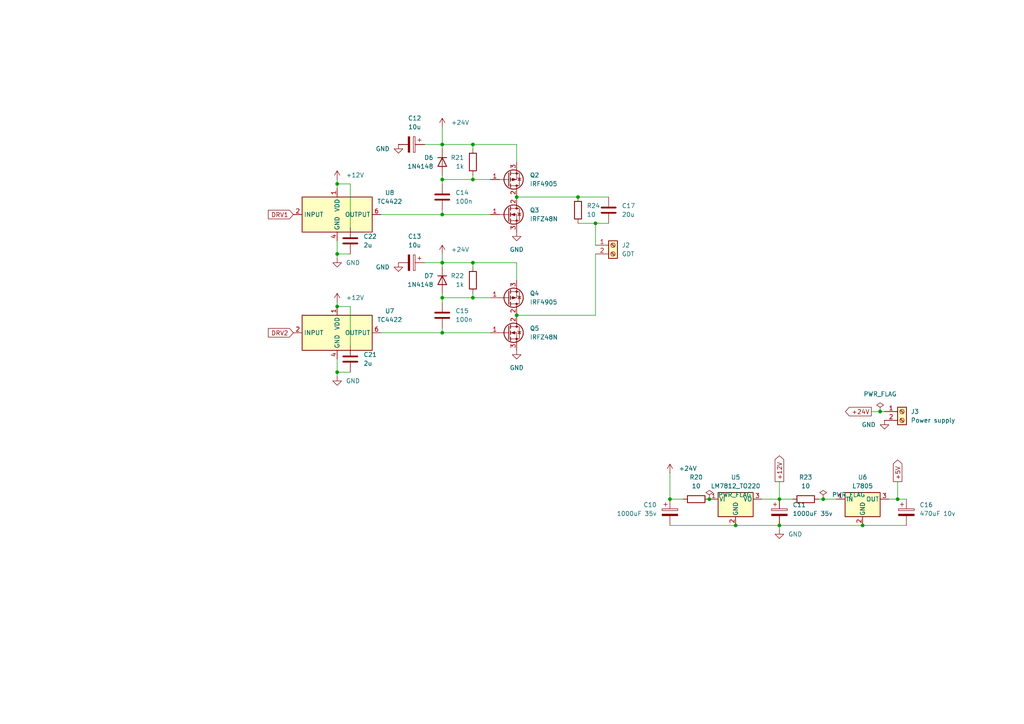
<source format=kicad_sch>
(kicad_sch (version 20231120) (generator "eeschema") (generator_version "8.0")
  (paper "A4")
  (title_block (title "HNaderi's PLL SSTC") (rev "2") (company "hnaderi.dev") (comment 1 "Driver"))
  (lib_symbols
    (symbol "Connector:Screw_Terminal_01x02" (pin_names (offset 1.016) hide)
      (property "Reference" "J" (at 0 2.54 0))
      (property "Value" "Screw_Terminal_01x02" (at 0 -5.08 0))
      (symbol "Screw_Terminal_01x02_1_1"
        (rectangle (start -1.27 1.27) (end 1.27 -3.81) (stroke (width 0.254)) (fill (type background)))
        (circle (center 0 -2.54) (radius 0.635) (stroke (width 0.1524)))
        (polyline (pts (xy -0.5334 -2.2098) (xy 0.3302 -3.048)) (stroke (width 0.1524)))
        (polyline (pts (xy -0.5334 0.3302) (xy 0.3302 -0.508)) (stroke (width 0.1524)))
        (polyline (pts (xy -0.3556 -2.032) (xy 0.508 -2.8702)) (stroke (width 0.1524)))
        (polyline (pts (xy -0.3556 0.508) (xy 0.508 -0.3302)) (stroke (width 0.1524)))
        (circle (center 0 0) (radius 0.635) (stroke (width 0.1524)))
        (pin passive line (at -5.08 0 0) (length 3.81) (name "Pin_1") (number "1"))
        (pin passive line (at -5.08 -2.54 0) (length 3.81) (name "Pin_2") (number "2"))
      )
    )
    (symbol "Device:C" (pin_numbers hide) (pin_names (offset 0.254))
      (property "Reference" "C" (at 0.635 2.54 0))
      (property "Value" "C" (at 0.635 -2.54 0))
      (symbol "C_0_1"
        (polyline (pts (xy -2.032 -0.762) (xy 2.032 -0.762)) (stroke (width 0.508)))
        (polyline (pts (xy -2.032 0.762) (xy 2.032 0.762)) (stroke (width 0.508)))
      )
      (symbol "C_1_1"
        (pin passive line (at 0 3.81 270) (length 2.794) (name "~") (number "1"))
        (pin passive line (at 0 -3.81 90) (length 2.794) (name "~") (number "2"))
      )
    )
    (symbol "Device:C_Polarized" (pin_numbers hide) (pin_names (offset 0.254))
      (property "Reference" "C" (at 0.635 2.54 0))
      (property "Value" "C_Polarized" (at 0.635 -2.54 0))
      (symbol "C_Polarized_0_1"
        (rectangle (start -2.286 0.508) (end 2.286 1.016))
        (polyline (pts (xy -1.778 2.286) (xy -0.762 2.286)))
        (polyline (pts (xy -1.27 2.794) (xy -1.27 1.778)))
        (rectangle (start 2.286 -0.508) (end -2.286 -1.016) (fill (type outline)))
      )
      (symbol "C_Polarized_1_1"
        (pin passive line (at 0 3.81 270) (length 2.794) (name "~") (number "1"))
        (pin passive line (at 0 -3.81 90) (length 2.794) (name "~") (number "2"))
      )
    )
    (symbol "Device:R" (pin_numbers hide) (pin_names (offset 0))
      (property "Reference" "R" (at 2.032 0 90))
      (property "Value" "R" (at 0 0 90))
      (symbol "R_0_1"
        (rectangle (start -1.016 -2.54) (end 1.016 2.54) (stroke (width 0.254)))
      )
      (symbol "R_1_1"
        (pin passive line (at 0 3.81 270) (length 1.27) (name "~") (number "1"))
        (pin passive line (at 0 -3.81 90) (length 1.27) (name "~") (number "2"))
      )
    )
    (symbol "Diode:1N4148" (pin_numbers hide) (pin_names hide)
      (property "Reference" "D" (at 0 2.54 0))
      (property "Value" "1N4148" (at 0 -2.54 0))
      (symbol "1N4148_0_1"
        (polyline (pts (xy -1.27 1.27) (xy -1.27 -1.27)) (stroke (width 0.254)))
        (polyline (pts (xy 1.27 0) (xy -1.27 0)))
        (polyline (pts (xy 1.27 1.27) (xy 1.27 -1.27) (xy -1.27 0) (xy 1.27 1.27)) (stroke (width 0.254)))
      )
      (symbol "1N4148_1_1"
        (pin passive line (at -3.81 0 0) (length 2.54) (name "K") (number "1"))
        (pin passive line (at 3.81 0 180) (length 2.54) (name "A") (number "2"))
      )
    )
    (symbol "Driver_FET:TC4422"
      (property "Reference" "U" (at -8.89 6.35 0))
      (property "Value" "TC4422" (at 6.35 6.35 0))
      (symbol "TC4422_0_1"
        (rectangle (start -10.16 5.08) (end 10.16 -5.08) (stroke (width 0.254)) (fill (type background)))
      )
      (symbol "TC4422_1_1"
        (pin power_in line (at 0 7.62 270) (length 2.54) (name "VDD") (number "1"))
        (pin input line (at -12.7 0 0) (length 2.54) (name "INPUT") (number "2"))
        (pin no_connect line (at -5.08 -5.08 90) (length 2.54) hide (name "NC") (number "3"))
        (pin power_in line (at 0 -7.62 90) (length 2.54) (name "GND") (number "4"))
        (pin passive line (at 0 -7.62 90) (length 2.54) hide (name "GND") (number "5"))
        (pin output line (at 12.7 0 180) (length 2.54) (name "OUTPUT") (number "6"))
        (pin passive line (at 12.7 0 180) (length 2.54) hide (name "OUTPUT") (number "7"))
        (pin passive line (at 0 7.62 270) (length 2.54) hide (name "VDD") (number "8"))
      )
    )
    (symbol "Missing:IRFZ48N" (pin_names hide)
      (property "Reference" "Q" (at 5.08 1.905 0))
      (property "Value" "IRFZ48N" (at 5.08 0 0))
      (symbol "IRFZ48N_0_1"
        (polyline (pts (xy 0.254 0) (xy -2.54 0)))
        (polyline (pts (xy 0.254 1.905) (xy 0.254 -1.905)) (stroke (width 0.254)))
        (polyline (pts (xy 0.762 -1.27) (xy 0.762 -2.286)) (stroke (width 0.254)))
        (polyline (pts (xy 0.762 0.508) (xy 0.762 -0.508)) (stroke (width 0.254)))
        (polyline (pts (xy 0.762 2.286) (xy 0.762 1.27)) (stroke (width 0.254)))
        (polyline (pts (xy 2.54 2.54) (xy 2.54 1.778)))
        (polyline (pts (xy 2.54 -2.54) (xy 2.54 0) (xy 0.762 0)))
        (polyline (pts (xy 0.762 -1.778) (xy 3.302 -1.778) (xy 3.302 1.778) (xy 0.762 1.778)))
        (polyline (pts (xy 1.016 0) (xy 2.032 0.381) (xy 2.032 -0.381) (xy 1.016 0)) (fill (type outline)))
        (polyline (pts (xy 2.794 0.508) (xy 2.921 0.381) (xy 3.683 0.381) (xy 3.81 0.254)))
        (polyline (pts (xy 3.302 0.381) (xy 2.921 -0.254) (xy 3.683 -0.254) (xy 3.302 0.381)))
        (circle (center 1.651 0) (radius 2.794) (stroke (width 0.254)))
        (circle (center 2.54 -1.778) (radius 0.254) (fill (type outline)))
        (circle (center 2.54 1.778) (radius 0.254) (fill (type outline)))
      )
      (symbol "IRFZ48N_1_1"
        (pin input line (at -5.08 0 0) (length 2.54) (name "G") (number "1"))
        (pin passive line (at 2.54 5.08 270) (length 2.54) (name "D") (number "2"))
        (pin passive line (at 2.54 -5.08 90) (length 2.54) (name "S") (number "3"))
      )
    )
    (symbol "Regulator_Linear:L7805" (pin_names (offset 0.254))
      (property "Reference" "U" (at -3.81 3.175 0))
      (property "Value" "L7805" (at 0 3.175 0))
      (symbol "L7805_0_1"
        (rectangle (start -5.08 1.905) (end 5.08 -5.08) (stroke (width 0.254)) (fill (type background)))
      )
      (symbol "L7805_1_1"
        (pin power_in line (at -7.62 0 0) (length 2.54) (name "IN") (number "1"))
        (pin power_in line (at 0 -7.62 90) (length 2.54) (name "GND") (number "2"))
        (pin power_out line (at 7.62 0 180) (length 2.54) (name "OUT") (number "3"))
      )
    )
    (symbol "Regulator_Linear:LM7812_TO220" (pin_names (offset 0.254))
      (property "Reference" "U" (at -3.81 3.175 0))
      (property "Value" "LM7812_TO220" (at 0 3.175 0))
      (symbol "LM7812_TO220_0_1"
        (rectangle (start -5.08 1.905) (end 5.08 -5.08) (stroke (width 0.254)) (fill (type background)))
      )
      (symbol "LM7812_TO220_1_1"
        (pin power_in line (at -7.62 0 0) (length 2.54) (name "VI") (number "1"))
        (pin power_in line (at 0 -7.62 90) (length 2.54) (name "GND") (number "2"))
        (pin power_out line (at 7.62 0 180) (length 2.54) (name "VO") (number "3"))
      )
    )
    (symbol "Transistor_FET:IRF4905" (pin_names hide)
      (property "Reference" "Q" (at 5.08 1.905 0))
      (property "Value" "IRF4905" (at 5.08 0 0))
      (symbol "IRF4905_0_1"
        (polyline (pts (xy 0.254 0) (xy -2.54 0)))
        (polyline (pts (xy 0.254 1.905) (xy 0.254 -1.905)) (stroke (width 0.254)))
        (polyline (pts (xy 0.762 -1.27) (xy 0.762 -2.286)) (stroke (width 0.254)))
        (polyline (pts (xy 0.762 0.508) (xy 0.762 -0.508)) (stroke (width 0.254)))
        (polyline (pts (xy 0.762 2.286) (xy 0.762 1.27)) (stroke (width 0.254)))
        (polyline (pts (xy 2.54 2.54) (xy 2.54 1.778)))
        (polyline (pts (xy 2.54 -2.54) (xy 2.54 0) (xy 0.762 0)))
        (polyline (pts (xy 0.762 1.778) (xy 3.302 1.778) (xy 3.302 -1.778) (xy 0.762 -1.778)))
        (polyline (pts (xy 2.286 0) (xy 1.27 0.381) (xy 1.27 -0.381) (xy 2.286 0)) (fill (type outline)))
        (polyline (pts (xy 2.794 -0.508) (xy 2.921 -0.381) (xy 3.683 -0.381) (xy 3.81 -0.254)))
        (polyline (pts (xy 3.302 -0.381) (xy 2.921 0.254) (xy 3.683 0.254) (xy 3.302 -0.381)))
        (circle (center 1.651 0) (radius 2.794) (stroke (width 0.254)))
        (circle (center 2.54 -1.778) (radius 0.254) (fill (type outline)))
        (circle (center 2.54 1.778) (radius 0.254) (fill (type outline)))
      )
      (symbol "IRF4905_1_1"
        (pin input line (at -5.08 0 0) (length 2.54) (name "G") (number "1"))
        (pin passive line (at 2.54 5.08 270) (length 2.54) (name "D") (number "2"))
        (pin passive line (at 2.54 -5.08 90) (length 2.54) (name "S") (number "3"))
      )
    )
    (symbol "power:+15V" (power) (pin_numbers hide) (pin_names (offset 0) hide)
      (property "Value" "+15V" (at 0 3.556 0))
      (symbol "+15V_0_1"
        (polyline (pts (xy -0.762 1.27) (xy 0 2.54)))
        (polyline (pts (xy 0 0) (xy 0 2.54)))
        (polyline (pts (xy 0 2.54) (xy 0.762 1.27)))
      )
      (symbol "+15V_1_1"
        (pin power_in line (at 0 0 90) (length 0) (name "~") (number "1"))
      )
    )
    (symbol "power:+24V" (power) (pin_numbers hide) (pin_names (offset 0) hide)
      (property "Value" "+24V" (at 0 3.556 0))
      (symbol "+24V_0_1"
        (polyline (pts (xy -0.762 1.27) (xy 0 2.54)))
        (polyline (pts (xy 0 0) (xy 0 2.54)))
        (polyline (pts (xy 0 2.54) (xy 0.762 1.27)))
      )
      (symbol "+24V_1_1"
        (pin power_in line (at 0 0 90) (length 0) (name "~") (number "1"))
      )
    )
    (symbol "power:GND" (power) (pin_numbers hide) (pin_names (offset 0) hide)
      (property "Value" "GND" (at 0 -3.81 0))
      (symbol "GND_0_1"
        (polyline (pts (xy 0 0) (xy 0 -1.27) (xy 1.27 -1.27) (xy 0 -2.54) (xy -1.27 -1.27) (xy 0 -1.27)))
      )
      (symbol "GND_1_1"
        (pin power_in line (at 0 0 270) (length 0) (name "~") (number "1"))
      )
    )
    (symbol "power:PWR_FLAG" (power) (pin_numbers hide) (pin_names (offset 0) hide)
      (property "Value" "PWR_FLAG" (at 0 3.81 0))
      (symbol "PWR_FLAG_0_0"
        (pin power_out line (at 0 0 90) (length 0) (name "~") (number "1"))
      )
      (symbol "PWR_FLAG_0_1"
        (polyline (pts (xy 0 0) (xy 0 1.27) (xy -1.016 1.905) (xy 0 2.54) (xy 1.016 1.905) (xy 0 1.27)))
      )
    )
  )
  (junction (at 255.27 119.38))
  (junction (at 97.79 88.9))
  (junction (at 137.16 41.91))
  (junction (at 226.06 144.78))
  (junction (at 97.79 107.95))
  (junction (at 194.31 144.78))
  (junction (at 128.27 41.91))
  (junction (at 128.27 62.23))
  (junction (at 128.27 96.52))
  (junction (at 128.27 52.07))
  (junction (at 213.36 152.4))
  (junction (at 149.86 91.44))
  (junction (at 128.27 86.36))
  (junction (at 137.16 76.2))
  (junction (at 97.79 53.34))
  (junction (at 137.16 52.07))
  (junction (at 128.27 76.2))
  (junction (at 167.64 57.15))
  (junction (at 172.72 64.77))
  (junction (at 238.76 144.78))
  (junction (at 226.06 152.4))
  (junction (at 205.74 144.78))
  (junction (at 149.86 57.15))
  (junction (at 97.79 73.66))
  (junction (at 137.16 86.36))
  (junction (at 250.19 152.4))
  (junction (at 260.35 144.78))
  (wire (pts (xy 97.79 87.63) (xy 97.79 88.9)))
  (wire (pts (xy 137.16 86.36) (xy 142.24 86.36)))
  (wire (pts (xy 128.27 60.96) (xy 128.27 62.23)))
  (wire (pts (xy 128.27 85.09) (xy 128.27 86.36)))
  (wire (pts (xy 149.86 41.91) (xy 137.16 41.91)))
  (wire (pts (xy 149.86 76.2) (xy 137.16 76.2)))
  (wire (pts (xy 226.06 139.7) (xy 226.06 144.78)))
  (wire (pts (xy 128.27 76.2) (xy 128.27 77.47)))
  (wire (pts (xy 137.16 50.8) (xy 137.16 52.07)))
  (wire (pts (xy 252.73 119.38) (xy 255.27 119.38)))
  (wire (pts (xy 194.31 152.4) (xy 213.36 152.4)))
  (wire (pts (xy 128.27 87.63) (xy 128.27 86.36)))
  (wire (pts (xy 97.79 73.66) (xy 97.79 69.85)))
  (wire (pts (xy 167.64 57.15) (xy 176.53 57.15)))
  (wire (pts (xy 128.27 41.91) (xy 128.27 43.18)))
  (wire (pts (xy 97.79 74.93) (xy 97.79 73.66)))
  (wire (pts (xy 97.79 73.66) (xy 101.6 73.66)))
  (wire (pts (xy 128.27 96.52) (xy 142.24 96.52)))
  (wire (pts (xy 226.06 152.4) (xy 250.19 152.4)))
  (wire (pts (xy 128.27 41.91) (xy 137.16 41.91)))
  (wire (pts (xy 97.79 104.14) (xy 97.79 107.95)))
  (wire (pts (xy 149.86 57.15) (xy 167.64 57.15)))
  (wire (pts (xy 128.27 36.83) (xy 128.27 41.91)))
  (wire (pts (xy 242.57 144.78) (xy 238.76 144.78)))
  (wire (pts (xy 128.27 52.07) (xy 137.16 52.07)))
  (wire (pts (xy 128.27 86.36) (xy 137.16 86.36)))
  (wire (pts (xy 250.19 152.4) (xy 262.89 152.4)))
  (wire (pts (xy 226.06 144.78) (xy 229.87 144.78)))
  (wire (pts (xy 149.86 81.28) (xy 149.86 76.2)))
  (wire (pts (xy 123.19 76.2) (xy 128.27 76.2)))
  (wire (pts (xy 237.49 144.78) (xy 238.76 144.78)))
  (wire (pts (xy 128.27 62.23) (xy 142.24 62.23)))
  (wire (pts (xy 172.72 64.77) (xy 172.72 71.12)))
  (wire (pts (xy 172.72 73.66) (xy 172.72 91.44)))
  (wire (pts (xy 260.35 139.7) (xy 260.35 144.78)))
  (wire (pts (xy 194.31 144.78) (xy 198.12 144.78)))
  (wire (pts (xy 97.79 109.22) (xy 97.79 107.95)))
  (wire (pts (xy 110.49 62.23) (xy 128.27 62.23)))
  (wire (pts (xy 101.6 88.9) (xy 97.79 88.9)))
  (wire (pts (xy 167.64 64.77) (xy 172.72 64.77)))
  (wire (pts (xy 149.86 46.99) (xy 149.86 41.91)))
  (wire (pts (xy 194.31 137.16) (xy 194.31 144.78)))
  (wire (pts (xy 128.27 50.8) (xy 128.27 52.07)))
  (wire (pts (xy 101.6 53.34) (xy 97.79 53.34)))
  (wire (pts (xy 128.27 76.2) (xy 137.16 76.2)))
  (wire (pts (xy 123.19 41.91) (xy 128.27 41.91)))
  (wire (pts (xy 101.6 107.95) (xy 97.79 107.95)))
  (wire (pts (xy 149.86 91.44) (xy 172.72 91.44)))
  (wire (pts (xy 97.79 53.34) (xy 97.79 54.61)))
  (wire (pts (xy 128.27 53.34) (xy 128.27 52.07)))
  (wire (pts (xy 101.6 88.9) (xy 101.6 100.33)))
  (wire (pts (xy 213.36 152.4) (xy 226.06 152.4)))
  (wire (pts (xy 262.89 144.78) (xy 260.35 144.78)))
  (wire (pts (xy 137.16 52.07) (xy 142.24 52.07)))
  (wire (pts (xy 137.16 76.2) (xy 137.16 77.47)))
  (wire (pts (xy 137.16 41.91) (xy 137.16 43.18)))
  (wire (pts (xy 172.72 64.77) (xy 176.53 64.77)))
  (wire (pts (xy 226.06 153.67) (xy 226.06 152.4)))
  (wire (pts (xy 110.49 96.52) (xy 128.27 96.52)))
  (wire (pts (xy 101.6 66.04) (xy 101.6 53.34)))
  (wire (pts (xy 220.98 144.78) (xy 226.06 144.78)))
  (wire (pts (xy 255.27 119.38) (xy 256.54 119.38)))
  (wire (pts (xy 260.35 144.78) (xy 257.81 144.78)))
  (wire (pts (xy 137.16 85.09) (xy 137.16 86.36)))
  (wire (pts (xy 128.27 95.25) (xy 128.27 96.52)))
  (wire (pts (xy 128.27 73.66) (xy 128.27 76.2)))
  (wire (pts (xy 97.79 52.07) (xy 97.79 53.34)))
  (global_label "+5V" (shape output) (at 260.35 139.7 90) (property "Intersheetrefs" "${INTERSHEET_REFS}" (effects (hide yes))))
  (global_label "DRV2" (shape input) (at 85.09 96.52 180) (property "Intersheetrefs" "${INTERSHEET_REFS}" (effects (hide yes))))
  (global_label "+24V" (shape output) (at 252.73 119.38 180) (property "Intersheetrefs" "${INTERSHEET_REFS}" (effects (hide yes))))
  (global_label "DRV1" (shape input) (at 85.09 62.23 180) (property "Intersheetrefs" "${INTERSHEET_REFS}" (effects (hide yes))))
  (global_label "+12V" (shape output) (at 226.06 139.7 90) (property "Intersheetrefs" "${INTERSHEET_REFS}" (effects (hide yes))))
  (symbol (lib_id "Device:R") (at 137.16 81.28 0) (unit 1)
    (property "Reference" "R22" (at 134.62 80.0099 0) (effects (justify right)))
    (property "Value" "1k" (at 134.62 82.5499 0) (effects (justify right)))
    (property "Footprint" "Resistor_THT:R_Axial_DIN0207_L6.3mm_D2.5mm_P2.54mm_Vertical" (effects (hide yes)))
    (property "Description" "Resistor" (effects (hide yes)))
  )
  (symbol (lib_id "Device:C") (at 101.6 69.85 180) (unit 1)
    (property "Reference" "C22" (at 105.41 68.5799 0) (effects (justify right)))
    (property "Value" "2u" (at 105.41 71.1199 0) (effects (justify right)))
    (property "Description" "Unpolarized capacitor" (effects (hide yes)))
  )
  (symbol (lib_id "Device:R") (at 201.93 144.78 90) (unit 1)
    (property "Reference" "R20" (at 201.93 138.43 90))
    (property "Value" "10" (at 201.93 140.97 90))
    (property "Footprint" "Resistor_THT:R_Axial_DIN0207_L6.3mm_D2.5mm_P2.54mm_Vertical" (effects (hide yes)))
    (property "Description" "Resistor" (effects (hide yes)))
  )
  (symbol (lib_id "power:+15V") (at 97.79 87.63 0) (unit 1)
    (property "Reference" "#PWR021" (effects (hide yes)))
    (property "Value" "+12V" (at 100.33 86.3599 0) (effects (justify left)))
    (property "Description" "Power symbol creates a global label with name \"+15V\"" (effects (hide yes)))
  )
  (symbol (lib_id "power:+15V") (at 97.79 52.07 0) (unit 1)
    (property "Reference" "#PWR023" (effects (hide yes)))
    (property "Value" "+12V" (at 100.33 50.7999 0) (effects (justify left)))
    (property "Description" "Power symbol creates a global label with name \"+15V\"" (effects (hide yes)))
  )
  (symbol (lib_id "power:PWR_FLAG") (at 238.76 144.78 0) (unit 1)
    (property "Reference" "#FLG03" (effects (hide yes)))
    (property "Value" "PWR_FLAG" (at 241.3 143.5099 0) (effects (justify left)))
    (property "Description" "Special symbol for telling ERC where power comes from" (effects (hide yes)))
  )
  (symbol (lib_id "Driver_FET:TC4422") (at 97.79 62.23 0) (unit 1)
    (property "Reference" "U8" (at 113.03 55.9114 0))
    (property "Value" "TC4422" (at 113.03 58.4514 0))
    (property "Footprint" "Package_DIP:DIP-8_W7.62mm" (effects (hide yes)))
    (property "Datasheet" "http://ww1.microchip.com/downloads/en/DeviceDoc/20001420F.pdf" (effects (hide yes)))
    (property "Description" "9A High-Speed non-inverting MOSFET Driver" (effects (hide yes)))
  )
  (symbol (lib_id "Transistor_FET:IRF4905") (at 147.32 52.07 0) (mirror x) (unit 1)
    (property "Reference" "Q2" (at 153.67 50.7999 0) (effects (justify left)))
    (property "Value" "IRF4905" (at 153.67 53.3399 0) (effects (justify left)))
    (property "Footprint" "Package_TO_SOT_THT:TO-220-3_Vertical" (effects (hide yes)))
    (property "Datasheet" "http://www.infineon.com/dgdl/irf4905.pdf?fileId=5546d462533600a4015355e32165197c" (effects (hide yes)))
    (property "Description" "-74A Id, -55V Vds, Single P-Channel HEXFET Power MOSFET, 20mOhm Ron, TO-220AB" (effects (hide yes)))
  )
  (symbol (lib_id "power:GND") (at 97.79 109.22 0) (unit 1)
    (property "Reference" "#PWR022" (effects (hide yes)))
    (property "Value" "GND" (at 100.33 110.4899 0) (effects (justify left)))
    (property "Description" "Power symbol creates a global label with name \"GND\" , ground" (effects (hide yes)))
  )
  (symbol (lib_id "power:GND") (at 256.54 121.92 0) (unit 1)
    (property "Reference" "#PWR037" (effects (hide yes)))
    (property "Value" "GND" (at 254 123.1899 0) (effects (justify right)))
    (property "Description" "Power symbol creates a global label with name \"GND\" , ground" (effects (hide yes)))
  )
  (symbol (lib_id "Transistor_FET:IRF4905") (at 147.32 86.36 0) (mirror x) (unit 1)
    (property "Reference" "Q4" (at 153.67 85.0899 0) (effects (justify left)))
    (property "Value" "IRF4905" (at 153.67 87.6299 0) (effects (justify left)))
    (property "Footprint" "Package_TO_SOT_THT:TO-220-3_Vertical" (effects (hide yes)))
    (property "Datasheet" "http://www.infineon.com/dgdl/irf4905.pdf?fileId=5546d462533600a4015355e32165197c" (effects (hide yes)))
    (property "Description" "-74A Id, -55V Vds, Single P-Channel HEXFET Power MOSFET, 20mOhm Ron, TO-220AB" (effects (hide yes)))
  )
  (symbol (lib_id "power:GND") (at 149.86 101.6 0) (unit 1)
    (property "Reference" "#PWR044" (effects (hide yes)))
    (property "Value" "GND" (at 149.86 106.68 0))
    (property "Description" "Power symbol creates a global label with name \"GND\" , ground" (effects (hide yes)))
  )
  (symbol (lib_id "Device:R") (at 137.16 46.99 0) (unit 1)
    (property "Reference" "R21" (at 134.62 45.7199 0) (effects (justify right)))
    (property "Value" "1k" (at 134.62 48.2599 0) (effects (justify right)))
    (property "Footprint" "Resistor_THT:R_Axial_DIN0207_L6.3mm_D2.5mm_P2.54mm_Vertical" (effects (hide yes)))
    (property "Description" "Resistor" (effects (hide yes)))
  )
  (symbol (lib_id "Connector:Screw_Terminal_01x02") (at 261.62 119.38 0) (unit 1)
    (property "Reference" "J3" (at 264.16 119.3799 0) (effects (justify left)))
    (property "Value" "Power supply" (at 264.16 121.9199 0) (effects (justify left)))
    (property "Footprint" "TerminalBlock:TerminalBlock_bornier-2_P5.08mm" (effects (hide yes)))
    (property "Description" "Generic screw terminal, single row, 01x02, script generated (kicad-library-utils/schlib/autogen/connector/)" (effects (hide yes)))
  )
  (symbol (lib_id "Device:C") (at 128.27 57.15 0) (unit 1)
    (property "Reference" "C14" (at 132.08 55.8799 0) (effects (justify left)))
    (property "Value" "100n" (at 132.08 58.4199 0) (effects (justify left)))
    (property "Footprint" "Capacitor_THT:CP_Radial_D4.0mm_P2.00mm" (effects (hide yes)))
    (property "Description" "Unpolarized capacitor" (effects (hide yes)))
  )
  (symbol (lib_id "Regulator_Linear:L7805") (at 250.19 144.78 0) (unit 1)
    (property "Reference" "U6" (at 250.19 138.43 0))
    (property "Value" "L7805" (at 250.19 140.97 0))
    (property "Footprint" "Package_TO_SOT_THT:TO-220-3_Vertical" (effects (hide yes)))
    (property "Datasheet" "http://www.st.com/content/ccc/resource/technical/document/datasheet/41/4f/b3/b0/12/d4/47/88/CD00000444.pdf/files/CD00000444.pdf/jcr:content/translations/en.CD00000444.pdf" (effects (hide yes)))
    (property "Description" "Positive 1.5A 35V Linear Regulator, Fixed Output 5V, TO-220/TO-263/TO-252" (effects (hide yes)))
  )
  (symbol (lib_id "power:+15V") (at 128.27 36.83 0) (unit 1)
    (property "Reference" "#PWR04" (effects (hide yes)))
    (property "Value" "+24V" (at 130.81 35.5599 0) (effects (justify left)))
    (property "Description" "Power symbol creates a global label with name \"+15V\"" (effects (hide yes)))
  )
  (symbol (lib_id "power:GND") (at 97.79 74.93 0) (unit 1)
    (property "Reference" "#PWR024" (effects (hide yes)))
    (property "Value" "GND" (at 100.33 76.1999 0) (effects (justify left)))
    (property "Description" "Power symbol creates a global label with name \"GND\" , ground" (effects (hide yes)))
  )
  (symbol (lib_id "Device:R") (at 167.64 60.96 0) (unit 1)
    (property "Reference" "R24" (at 170.18 59.6899 0) (effects (justify left)))
    (property "Value" "10" (at 170.18 62.2299 0) (effects (justify left)))
    (property "Description" "Resistor" (effects (hide yes)))
  )
  (symbol (lib_id "Diode:1N4148") (at 128.27 81.28 270) (unit 1)
    (property "Reference" "D7" (at 125.73 80.0099 90) (effects (justify right)))
    (property "Value" "1N4148" (at 125.73 82.5499 90) (effects (justify right)))
    (property "Footprint" "Diode_THT:D_DO-35_SOD27_P7.62mm_Horizontal" (effects (hide yes)))
    (property "Datasheet" "https://assets.nexperia.com/documents/data-sheet/1N4148_1N4448.pdf" (effects (hide yes)))
    (property "Description" "100V 0.15A standard switching diode, DO-35" (effects (hide yes)))
    (property "Sim.Device" "D" (effects (hide yes)))
    (property "Sim.Pins" "1=K 2=A" (effects (hide yes)))
  )
  (symbol (lib_id "Device:C_Polarized") (at 119.38 41.91 270) (unit 1)
    (property "Reference" "C12" (at 120.269 34.29 90))
    (property "Value" "10u" (at 120.269 36.83 90))
    (property "Footprint" "Capacitor_THT:CP_Radial_D5.0mm_P2.50mm" (effects (hide yes)))
    (property "Description" "Polarized capacitor" (effects (hide yes)))
  )
  (symbol (lib_id "Device:C") (at 128.27 91.44 0) (unit 1)
    (property "Reference" "C15" (at 132.08 90.1699 0) (effects (justify left)))
    (property "Value" "100n" (at 132.08 92.7099 0) (effects (justify left)))
    (property "Footprint" "Capacitor_THT:CP_Radial_D4.0mm_P2.00mm" (effects (hide yes)))
    (property "Description" "Unpolarized capacitor" (effects (hide yes)))
  )
  (symbol (lib_id "Diode:1N4148") (at 128.27 46.99 270) (unit 1)
    (property "Reference" "D6" (at 125.73 45.7199 90) (effects (justify right)))
    (property "Value" "1N4148" (at 125.73 48.2599 90) (effects (justify right)))
    (property "Footprint" "Diode_THT:D_DO-35_SOD27_P7.62mm_Horizontal" (effects (hide yes)))
    (property "Datasheet" "https://assets.nexperia.com/documents/data-sheet/1N4148_1N4448.pdf" (effects (hide yes)))
    (property "Description" "100V 0.15A standard switching diode, DO-35" (effects (hide yes)))
    (property "Sim.Device" "D" (effects (hide yes)))
    (property "Sim.Pins" "1=K 2=A" (effects (hide yes)))
  )
  (symbol (lib_id "Device:C") (at 176.53 60.96 0) (unit 1)
    (property "Reference" "C17" (at 180.34 59.6899 0) (effects (justify left)))
    (property "Value" "20u" (at 180.34 62.2299 0) (effects (justify left)))
    (property "Description" "Unpolarized capacitor" (effects (hide yes)))
  )
  (symbol (lib_id "power:+15V") (at 128.27 73.66 0) (unit 1)
    (property "Reference" "#PWR06" (effects (hide yes)))
    (property "Value" "+24V" (at 130.81 72.3899 0) (effects (justify left)))
    (property "Description" "Power symbol creates a global label with name \"+15V\"" (effects (hide yes)))
  )
  (symbol (lib_id "power:PWR_FLAG") (at 255.27 119.38 0) (unit 1)
    (property "Reference" "#FLG01" (effects (hide yes)))
    (property "Value" "PWR_FLAG" (at 255.27 114.3 0))
    (property "Description" "Special symbol for telling ERC where power comes from" (effects (hide yes)))
  )
  (symbol (lib_id "power:GND") (at 149.86 67.31 0) (unit 1)
    (property "Reference" "#PWR038" (effects (hide yes)))
    (property "Value" "GND" (at 149.86 72.39 0))
    (property "Description" "Power symbol creates a global label with name \"GND\" , ground" (effects (hide yes)))
  )
  (symbol (lib_id "power:GND") (at 115.57 41.91 0) (unit 1)
    (property "Reference" "#PWR01" (effects (hide yes)))
    (property "Value" "GND" (at 113.03 43.1799 0) (effects (justify right)))
    (property "Description" "Power symbol creates a global label with name \"GND\" , ground" (effects (hide yes)))
  )
  (symbol (lib_id "Missing:IRFZ48N") (at 147.32 96.52 0) (unit 1)
    (property "Reference" "Q5" (at 153.67 95.2499 0) (effects (justify left)))
    (property "Value" "IRFZ48N" (at 153.67 97.7899 0) (effects (justify left)))
    (property "Footprint" "Package_TO_SOT_THT:TO-220-3_Vertical" (effects (hide yes)))
    (property "Datasheet" "https://www.infineon.com/dgdl/Infineon-IRFZ48N-DataSheet-v01_01-EN.pdf?fileId=5546d462533600a40153563ea972222c" (effects (hide yes)))
    (property "Description" "64A Id, 55 Vds, HEXFET N-Channel MOSFET, TO-220" (effects (hide yes)))
  )
  (symbol (lib_id "power:GND") (at 226.06 153.67 0) (unit 1)
    (property "Reference" "#PWR039" (effects (hide yes)))
    (property "Value" "GND" (at 228.6 154.9399 0) (effects (justify left)))
    (property "Description" "Power symbol creates a global label with name \"GND\" , ground" (effects (hide yes)))
  )
  (symbol (lib_id "Connector:Screw_Terminal_01x02") (at 177.8 71.12 0) (unit 1)
    (property "Reference" "J2" (at 180.34 71.1199 0) (effects (justify left)))
    (property "Value" "GDT" (at 180.34 73.6599 0) (effects (justify left)))
    (property "Footprint" "TerminalBlock:TerminalBlock_bornier-2_P5.08mm" (effects (hide yes)))
    (property "Description" "Generic screw terminal, single row, 01x02, script generated (kicad-library-utils/schlib/autogen/connector/)" (effects (hide yes)))
  )
  (symbol (lib_id "Device:C_Polarized") (at 262.89 148.59 0) (unit 1)
    (property "Reference" "C16" (at 266.7 146.4309 0) (effects (justify left)))
    (property "Value" "470uF 10v" (at 266.7 148.9709 0) (effects (justify left)))
    (property "Footprint" "Capacitor_THT:CP_Radial_D5.0mm_P2.50mm" (effects (hide yes)))
    (property "Description" "Polarized capacitor" (effects (hide yes)))
  )
  (symbol (lib_id "Device:C_Polarized") (at 226.06 148.59 0) (unit 1)
    (property "Reference" "C11" (at 229.87 146.4309 0) (effects (justify left)))
    (property "Value" "1000uF 35v" (at 229.87 148.9709 0) (effects (justify left)))
    (property "Footprint" "Capacitor_THT:CP_Radial_D5.0mm_P2.50mm" (effects (hide yes)))
    (property "Description" "Polarized capacitor" (effects (hide yes)))
  )
  (symbol (lib_id "Missing:IRFZ48N") (at 147.32 62.23 0) (unit 1)
    (property "Reference" "Q3" (at 153.67 60.9599 0) (effects (justify left)))
    (property "Value" "IRFZ48N" (at 153.67 63.4999 0) (effects (justify left)))
    (property "Footprint" "Package_TO_SOT_THT:TO-220-3_Vertical" (effects (hide yes)))
    (property "Datasheet" "https://www.infineon.com/dgdl/Infineon-IRFZ48N-DataSheet-v01_01-EN.pdf?fileId=5546d462533600a40153563ea972222c" (effects (hide yes)))
    (property "Description" "64A Id, 55 Vds, HEXFET N-Channel MOSFET, TO-220" (effects (hide yes)))
  )
  (symbol (lib_id "power:PWR_FLAG") (at 205.74 144.78 0) (unit 1)
    (property "Reference" "#FLG02" (effects (hide yes)))
    (property "Value" "PWR_FLAG" (at 208.28 143.5099 0) (effects (justify left)))
    (property "Description" "Special symbol for telling ERC where power comes from" (effects (hide yes)))
  )
  (symbol (lib_id "Device:C") (at 101.6 104.14 180) (unit 1)
    (property "Reference" "C21" (at 105.41 102.8699 0) (effects (justify right)))
    (property "Value" "2u" (at 105.41 105.4099 0) (effects (justify right)))
    (property "Description" "Unpolarized capacitor" (effects (hide yes)))
  )
  (symbol (lib_id "power:+24V") (at 194.31 137.16 0) (unit 1)
    (property "Reference" "#PWR034" (effects (hide yes)))
    (property "Value" "+24V" (at 196.85 135.8899 0) (effects (justify left)))
    (property "Description" "Power symbol creates a global label with name \"+24V\"" (effects (hide yes)))
  )
  (symbol (lib_id "power:GND") (at 115.57 76.2 0) (unit 1)
    (property "Reference" "#PWR03" (effects (hide yes)))
    (property "Value" "GND" (at 113.03 77.4699 0) (effects (justify right)))
    (property "Description" "Power symbol creates a global label with name \"GND\" , ground" (effects (hide yes)))
  )
  (symbol (lib_id "Driver_FET:TC4422") (at 97.79 96.52 0) (unit 1)
    (property "Reference" "U7" (at 113.03 90.2014 0))
    (property "Value" "TC4422" (at 113.03 92.7414 0))
    (property "Footprint" "Package_DIP:DIP-8_W7.62mm" (effects (hide yes)))
    (property "Datasheet" "http://ww1.microchip.com/downloads/en/DeviceDoc/20001420F.pdf" (effects (hide yes)))
    (property "Description" "9A High-Speed non-inverting MOSFET Driver" (effects (hide yes)))
  )
  (symbol (lib_id "Device:C_Polarized") (at 194.31 148.59 0) (unit 1)
    (property "Reference" "C10" (at 190.5 146.4309 0) (effects (justify right)))
    (property "Value" "1000uF 35v" (at 190.5 148.9709 0) (effects (justify right)))
    (property "Footprint" "Capacitor_THT:CP_Radial_D5.0mm_P2.50mm" (effects (hide yes)))
    (property "Description" "Polarized capacitor" (effects (hide yes)))
  )
  (symbol (lib_id "Regulator_Linear:LM7812_TO220") (at 213.36 144.78 0) (unit 1)
    (property "Reference" "U5" (at 213.36 138.43 0))
    (property "Value" "LM7812_TO220" (at 213.36 140.97 0))
    (property "Footprint" "Package_TO_SOT_THT:TO-220-3_Vertical" (effects (hide yes)))
    (property "Datasheet" "https://www.onsemi.cn/PowerSolutions/document/MC7800-D.PDF" (effects (hide yes)))
    (property "Description" "Positive 1A 35V Linear Regulator, Fixed Output 12V, TO-220" (effects (hide yes)))
  )
  (symbol (lib_id "Device:R") (at 233.68 144.78 90) (unit 1)
    (property "Reference" "R23" (at 233.68 138.43 90))
    (property "Value" "10" (at 233.68 140.97 90))
    (property "Footprint" "Resistor_THT:R_Axial_DIN0207_L6.3mm_D2.5mm_P2.54mm_Vertical" (effects (hide yes)))
    (property "Description" "Resistor" (effects (hide yes)))
  )
  (symbol (lib_id "Device:C_Polarized") (at 119.38 76.2 270) (unit 1)
    (property "Reference" "C13" (at 120.269 68.58 90))
    (property "Value" "10u" (at 120.269 71.12 90))
    (property "Footprint" "Capacitor_THT:CP_Radial_D5.0mm_P2.50mm" (effects (hide yes)))
    (property "Description" "Polarized capacitor" (effects (hide yes)))
  )
)
</source>
